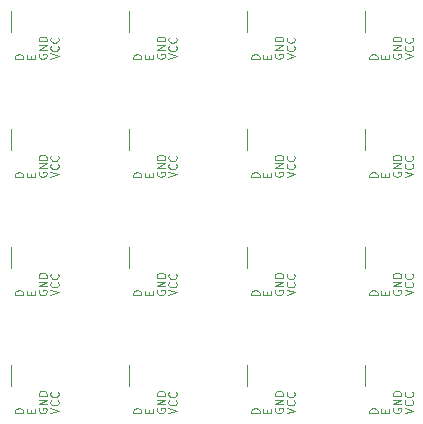
<source format=gto>
%MOIN*%
%OFA0B0*%
%FSLAX46Y46*%
%IPPOS*%
%LPD*%
%ADD10C,0.0039370078740157488*%
%ADD11C,0.0047244094488188976*%
%ADD22C,0.0039370078740157488*%
%ADD23C,0.0047244094488188976*%
%ADD24C,0.0039370078740157488*%
%ADD25C,0.0047244094488188976*%
%ADD26C,0.0039370078740157488*%
%ADD27C,0.0047244094488188976*%
%ADD28C,0.0039370078740157488*%
%ADD29C,0.0047244094488188976*%
%ADD30C,0.0039370078740157488*%
%ADD31C,0.0047244094488188976*%
%ADD32C,0.0039370078740157488*%
%ADD33C,0.0047244094488188976*%
%ADD34C,0.0039370078740157488*%
%ADD35C,0.0047244094488188976*%
%ADD36C,0.0039370078740157488*%
%ADD37C,0.0047244094488188976*%
%ADD38C,0.0039370078740157488*%
%ADD39C,0.0047244094488188976*%
%ADD40C,0.0039370078740157488*%
%ADD41C,0.0047244094488188976*%
%ADD42C,0.0039370078740157488*%
%ADD43C,0.0047244094488188976*%
%ADD44C,0.0039370078740157488*%
%ADD45C,0.0047244094488188976*%
%ADD46C,0.0039370078740157488*%
%ADD47C,0.0047244094488188976*%
%ADD48C,0.0039370078740157488*%
%ADD49C,0.0047244094488188976*%
%ADD50C,0.0039370078740157488*%
%ADD51C,0.0047244094488188976*%
D10*
X0000202624Y0003713648D02*
X0000230183Y0003722834D01*
X0000202624Y0003732021D01*
X0000227559Y0003756955D02*
X0000228871Y0003755643D01*
X0000230183Y0003751706D01*
X0000230183Y0003749081D01*
X0000228871Y0003745144D01*
X0000226246Y0003742519D01*
X0000223622Y0003741207D01*
X0000218372Y0003739895D01*
X0000214435Y0003739895D01*
X0000209186Y0003741207D01*
X0000206561Y0003742519D01*
X0000203937Y0003745144D01*
X0000202624Y0003749081D01*
X0000202624Y0003751706D01*
X0000203937Y0003755643D01*
X0000205249Y0003756955D01*
X0000227559Y0003784514D02*
X0000228871Y0003783202D01*
X0000230183Y0003779265D01*
X0000230183Y0003776640D01*
X0000228871Y0003772703D01*
X0000226246Y0003770078D01*
X0000223622Y0003768766D01*
X0000218372Y0003767454D01*
X0000214435Y0003767454D01*
X0000209186Y0003768766D01*
X0000206561Y0003770078D01*
X0000203937Y0003772703D01*
X0000202624Y0003776640D01*
X0000202624Y0003779265D01*
X0000203937Y0003783202D01*
X0000205249Y0003784514D01*
X0000164566Y0003730183D02*
X0000163254Y0003727559D01*
X0000163254Y0003723622D01*
X0000164566Y0003719685D01*
X0000167191Y0003717060D01*
X0000169816Y0003715748D01*
X0000175065Y0003714435D01*
X0000179002Y0003714435D01*
X0000184251Y0003715748D01*
X0000186876Y0003717060D01*
X0000189501Y0003719685D01*
X0000190813Y0003723622D01*
X0000190813Y0003726246D01*
X0000189501Y0003730183D01*
X0000188188Y0003731496D01*
X0000179002Y0003731496D01*
X0000179002Y0003726246D01*
X0000190813Y0003743307D02*
X0000163254Y0003743307D01*
X0000190813Y0003759055D01*
X0000163254Y0003759055D01*
X0000190813Y0003772178D02*
X0000163254Y0003772178D01*
X0000163254Y0003778740D01*
X0000164566Y0003782677D01*
X0000167191Y0003785301D01*
X0000169816Y0003786614D01*
X0000175065Y0003787926D01*
X0000179002Y0003787926D01*
X0000184251Y0003786614D01*
X0000186876Y0003785301D01*
X0000189501Y0003782677D01*
X0000190813Y0003778740D01*
X0000190813Y0003772178D01*
X0000137007Y0003714173D02*
X0000137007Y0003723359D01*
X0000151443Y0003727296D02*
X0000151443Y0003714173D01*
X0000123884Y0003714173D01*
X0000123884Y0003727296D01*
X0000112467Y0003714042D02*
X0000084908Y0003714042D01*
X0000084908Y0003720603D01*
X0000086220Y0003724540D01*
X0000088845Y0003727165D01*
X0000091469Y0003728477D01*
X0000096719Y0003729790D01*
X0000100656Y0003729790D01*
X0000105905Y0003728477D01*
X0000108530Y0003727165D01*
X0000111154Y0003724540D01*
X0000112467Y0003720603D01*
X0000112467Y0003714042D01*
D11*
X0000070866Y0003874015D02*
X0000070866Y0003803149D01*
G04 next file*
G04 #@! TF.GenerationSoftware,KiCad,Pcbnew,(5.1.5)-3*
G04 #@! TF.CreationDate,2021-04-29T13:46:15+02:00*
G04 #@! TF.ProjectId,Hivetracker,48697665-7472-4616-936b-65722e6b6963,rev?*
G04 #@! TF.SameCoordinates,PX2562500PY28a0640*
G04 #@! TF.FileFunction,Legend,Top*
G04 #@! TF.FilePolarity,Positive*
G04 Gerber Fmt 4.6, Leading zero omitted, Abs format (unit mm)*
G04 Created by KiCad (PCBNEW (5.1.5)-3) date 2021-04-29 13:46:15*
G04 APERTURE LIST*
G04 APERTURE END LIST*
D22*
X0000596325Y0003713648D02*
X0000623884Y0003722834D01*
X0000596325Y0003732021D01*
X0000621259Y0003756955D02*
X0000622572Y0003755643D01*
X0000623884Y0003751706D01*
X0000623884Y0003749081D01*
X0000622572Y0003745144D01*
X0000619947Y0003742519D01*
X0000617322Y0003741207D01*
X0000612073Y0003739895D01*
X0000608136Y0003739895D01*
X0000602887Y0003741207D01*
X0000600262Y0003742519D01*
X0000597637Y0003745144D01*
X0000596325Y0003749081D01*
X0000596325Y0003751706D01*
X0000597637Y0003755643D01*
X0000598950Y0003756955D01*
X0000621259Y0003784514D02*
X0000622572Y0003783202D01*
X0000623884Y0003779265D01*
X0000623884Y0003776640D01*
X0000622572Y0003772703D01*
X0000619947Y0003770078D01*
X0000617322Y0003768766D01*
X0000612073Y0003767454D01*
X0000608136Y0003767454D01*
X0000602887Y0003768766D01*
X0000600262Y0003770078D01*
X0000597637Y0003772703D01*
X0000596325Y0003776640D01*
X0000596325Y0003779265D01*
X0000597637Y0003783202D01*
X0000598950Y0003784514D01*
X0000558267Y0003730183D02*
X0000556955Y0003727559D01*
X0000556955Y0003723622D01*
X0000558267Y0003719685D01*
X0000560892Y0003717060D01*
X0000563517Y0003715748D01*
X0000568766Y0003714435D01*
X0000572703Y0003714435D01*
X0000577952Y0003715748D01*
X0000580577Y0003717060D01*
X0000583202Y0003719685D01*
X0000584514Y0003723622D01*
X0000584514Y0003726246D01*
X0000583202Y0003730183D01*
X0000581889Y0003731496D01*
X0000572703Y0003731496D01*
X0000572703Y0003726246D01*
X0000584514Y0003743307D02*
X0000556955Y0003743307D01*
X0000584514Y0003759055D01*
X0000556955Y0003759055D01*
X0000584514Y0003772178D02*
X0000556955Y0003772178D01*
X0000556955Y0003778740D01*
X0000558267Y0003782677D01*
X0000560892Y0003785301D01*
X0000563517Y0003786614D01*
X0000568766Y0003787926D01*
X0000572703Y0003787926D01*
X0000577952Y0003786614D01*
X0000580577Y0003785301D01*
X0000583202Y0003782677D01*
X0000584514Y0003778740D01*
X0000584514Y0003772178D01*
X0000530708Y0003714173D02*
X0000530708Y0003723359D01*
X0000545144Y0003727296D02*
X0000545144Y0003714173D01*
X0000517585Y0003714173D01*
X0000517585Y0003727296D01*
X0000506167Y0003714042D02*
X0000478608Y0003714042D01*
X0000478608Y0003720603D01*
X0000479921Y0003724540D01*
X0000482545Y0003727165D01*
X0000485170Y0003728477D01*
X0000490419Y0003729790D01*
X0000494356Y0003729790D01*
X0000499606Y0003728477D01*
X0000502230Y0003727165D01*
X0000504855Y0003724540D01*
X0000506167Y0003720603D01*
X0000506167Y0003714042D01*
D23*
X0000464566Y0003874015D02*
X0000464566Y0003803149D01*
G04 next file*
G04 #@! TF.GenerationSoftware,KiCad,Pcbnew,(5.1.5)-3*
G04 #@! TF.CreationDate,2021-04-29T13:46:15+02:00*
G04 #@! TF.ProjectId,Hivetracker,48697665-7472-4616-936b-65722e6b6963,rev?*
G04 #@! TF.SameCoordinates,PX2562500PY28a0640*
G04 #@! TF.FileFunction,Legend,Top*
G04 #@! TF.FilePolarity,Positive*
G04 Gerber Fmt 4.6, Leading zero omitted, Abs format (unit mm)*
G04 Created by KiCad (PCBNEW (5.1.5)-3) date 2021-04-29 13:46:15*
G04 APERTURE LIST*
G04 APERTURE END LIST*
D24*
X0000990026Y0003713648D02*
X0001017585Y0003722834D01*
X0000990026Y0003732021D01*
X0001014960Y0003756955D02*
X0001016272Y0003755643D01*
X0001017585Y0003751706D01*
X0001017585Y0003749081D01*
X0001016272Y0003745144D01*
X0001013648Y0003742519D01*
X0001011023Y0003741207D01*
X0001005774Y0003739895D01*
X0001001837Y0003739895D01*
X0000996587Y0003741207D01*
X0000993963Y0003742519D01*
X0000991338Y0003745144D01*
X0000990026Y0003749081D01*
X0000990026Y0003751706D01*
X0000991338Y0003755643D01*
X0000992650Y0003756955D01*
X0001014960Y0003784514D02*
X0001016272Y0003783202D01*
X0001017585Y0003779265D01*
X0001017585Y0003776640D01*
X0001016272Y0003772703D01*
X0001013648Y0003770078D01*
X0001011023Y0003768766D01*
X0001005774Y0003767454D01*
X0001001837Y0003767454D01*
X0000996587Y0003768766D01*
X0000993963Y0003770078D01*
X0000991338Y0003772703D01*
X0000990026Y0003776640D01*
X0000990026Y0003779265D01*
X0000991338Y0003783202D01*
X0000992650Y0003784514D01*
X0000951968Y0003730183D02*
X0000950656Y0003727559D01*
X0000950656Y0003723622D01*
X0000951968Y0003719685D01*
X0000954593Y0003717060D01*
X0000957217Y0003715748D01*
X0000962467Y0003714435D01*
X0000966404Y0003714435D01*
X0000971653Y0003715748D01*
X0000974278Y0003717060D01*
X0000976902Y0003719685D01*
X0000978215Y0003723622D01*
X0000978215Y0003726246D01*
X0000976902Y0003730183D01*
X0000975590Y0003731496D01*
X0000966404Y0003731496D01*
X0000966404Y0003726246D01*
X0000978215Y0003743307D02*
X0000950656Y0003743307D01*
X0000978215Y0003759055D01*
X0000950656Y0003759055D01*
X0000978215Y0003772178D02*
X0000950656Y0003772178D01*
X0000950656Y0003778740D01*
X0000951968Y0003782677D01*
X0000954593Y0003785301D01*
X0000957217Y0003786614D01*
X0000962467Y0003787926D01*
X0000966404Y0003787926D01*
X0000971653Y0003786614D01*
X0000974278Y0003785301D01*
X0000976902Y0003782677D01*
X0000978215Y0003778740D01*
X0000978215Y0003772178D01*
X0000924409Y0003714173D02*
X0000924409Y0003723359D01*
X0000938845Y0003727296D02*
X0000938845Y0003714173D01*
X0000911286Y0003714173D01*
X0000911286Y0003727296D01*
X0000899868Y0003714042D02*
X0000872309Y0003714042D01*
X0000872309Y0003720603D01*
X0000873622Y0003724540D01*
X0000876246Y0003727165D01*
X0000878871Y0003728477D01*
X0000884120Y0003729790D01*
X0000888057Y0003729790D01*
X0000893307Y0003728477D01*
X0000895931Y0003727165D01*
X0000898556Y0003724540D01*
X0000899868Y0003720603D01*
X0000899868Y0003714042D01*
D25*
X0000858267Y0003874015D02*
X0000858267Y0003803149D01*
G04 next file*
G04 #@! TF.GenerationSoftware,KiCad,Pcbnew,(5.1.5)-3*
G04 #@! TF.CreationDate,2021-04-29T13:46:15+02:00*
G04 #@! TF.ProjectId,Hivetracker,48697665-7472-4616-936b-65722e6b6963,rev?*
G04 #@! TF.SameCoordinates,PX2562500PY28a0640*
G04 #@! TF.FileFunction,Legend,Top*
G04 #@! TF.FilePolarity,Positive*
G04 Gerber Fmt 4.6, Leading zero omitted, Abs format (unit mm)*
G04 Created by KiCad (PCBNEW (5.1.5)-3) date 2021-04-29 13:46:15*
G04 APERTURE LIST*
G04 APERTURE END LIST*
D26*
X0000202624Y0003319947D02*
X0000230183Y0003329133D01*
X0000202624Y0003338320D01*
X0000227559Y0003363254D02*
X0000228871Y0003361942D01*
X0000230183Y0003358005D01*
X0000230183Y0003355380D01*
X0000228871Y0003351443D01*
X0000226246Y0003348818D01*
X0000223622Y0003347506D01*
X0000218372Y0003346194D01*
X0000214435Y0003346194D01*
X0000209186Y0003347506D01*
X0000206561Y0003348818D01*
X0000203937Y0003351443D01*
X0000202624Y0003355380D01*
X0000202624Y0003358005D01*
X0000203937Y0003361942D01*
X0000205249Y0003363254D01*
X0000227559Y0003390813D02*
X0000228871Y0003389501D01*
X0000230183Y0003385564D01*
X0000230183Y0003382939D01*
X0000228871Y0003379002D01*
X0000226246Y0003376377D01*
X0000223622Y0003375065D01*
X0000218372Y0003373753D01*
X0000214435Y0003373753D01*
X0000209186Y0003375065D01*
X0000206561Y0003376377D01*
X0000203937Y0003379002D01*
X0000202624Y0003382939D01*
X0000202624Y0003385564D01*
X0000203937Y0003389501D01*
X0000205249Y0003390813D01*
X0000164566Y0003336482D02*
X0000163254Y0003333858D01*
X0000163254Y0003329921D01*
X0000164566Y0003325984D01*
X0000167191Y0003323359D01*
X0000169816Y0003322047D01*
X0000175065Y0003320734D01*
X0000179002Y0003320734D01*
X0000184251Y0003322047D01*
X0000186876Y0003323359D01*
X0000189501Y0003325984D01*
X0000190813Y0003329921D01*
X0000190813Y0003332545D01*
X0000189501Y0003336482D01*
X0000188188Y0003337795D01*
X0000179002Y0003337795D01*
X0000179002Y0003332545D01*
X0000190813Y0003349606D02*
X0000163254Y0003349606D01*
X0000190813Y0003365354D01*
X0000163254Y0003365354D01*
X0000190813Y0003378477D02*
X0000163254Y0003378477D01*
X0000163254Y0003385039D01*
X0000164566Y0003388976D01*
X0000167191Y0003391601D01*
X0000169816Y0003392913D01*
X0000175065Y0003394225D01*
X0000179002Y0003394225D01*
X0000184251Y0003392913D01*
X0000186876Y0003391601D01*
X0000189501Y0003388976D01*
X0000190813Y0003385039D01*
X0000190813Y0003378477D01*
X0000137007Y0003320472D02*
X0000137007Y0003329658D01*
X0000151443Y0003333595D02*
X0000151443Y0003320472D01*
X0000123884Y0003320472D01*
X0000123884Y0003333595D01*
X0000112467Y0003320341D02*
X0000084908Y0003320341D01*
X0000084908Y0003326902D01*
X0000086220Y0003330839D01*
X0000088845Y0003333464D01*
X0000091469Y0003334776D01*
X0000096719Y0003336089D01*
X0000100656Y0003336089D01*
X0000105905Y0003334776D01*
X0000108530Y0003333464D01*
X0000111154Y0003330839D01*
X0000112467Y0003326902D01*
X0000112467Y0003320341D01*
D27*
X0000070866Y0003480314D02*
X0000070866Y0003409448D01*
G04 next file*
G04 #@! TF.GenerationSoftware,KiCad,Pcbnew,(5.1.5)-3*
G04 #@! TF.CreationDate,2021-04-29T13:46:15+02:00*
G04 #@! TF.ProjectId,Hivetracker,48697665-7472-4616-936b-65722e6b6963,rev?*
G04 #@! TF.SameCoordinates,PX2562500PY28a0640*
G04 #@! TF.FileFunction,Legend,Top*
G04 #@! TF.FilePolarity,Positive*
G04 Gerber Fmt 4.6, Leading zero omitted, Abs format (unit mm)*
G04 Created by KiCad (PCBNEW (5.1.5)-3) date 2021-04-29 13:46:15*
G04 APERTURE LIST*
G04 APERTURE END LIST*
D28*
X0000596325Y0003319947D02*
X0000623884Y0003329133D01*
X0000596325Y0003338320D01*
X0000621259Y0003363254D02*
X0000622572Y0003361942D01*
X0000623884Y0003358005D01*
X0000623884Y0003355380D01*
X0000622572Y0003351443D01*
X0000619947Y0003348818D01*
X0000617322Y0003347506D01*
X0000612073Y0003346194D01*
X0000608136Y0003346194D01*
X0000602887Y0003347506D01*
X0000600262Y0003348818D01*
X0000597637Y0003351443D01*
X0000596325Y0003355380D01*
X0000596325Y0003358005D01*
X0000597637Y0003361942D01*
X0000598950Y0003363254D01*
X0000621259Y0003390813D02*
X0000622572Y0003389501D01*
X0000623884Y0003385564D01*
X0000623884Y0003382939D01*
X0000622572Y0003379002D01*
X0000619947Y0003376377D01*
X0000617322Y0003375065D01*
X0000612073Y0003373753D01*
X0000608136Y0003373753D01*
X0000602887Y0003375065D01*
X0000600262Y0003376377D01*
X0000597637Y0003379002D01*
X0000596325Y0003382939D01*
X0000596325Y0003385564D01*
X0000597637Y0003389501D01*
X0000598950Y0003390813D01*
X0000558267Y0003336482D02*
X0000556955Y0003333858D01*
X0000556955Y0003329921D01*
X0000558267Y0003325984D01*
X0000560892Y0003323359D01*
X0000563517Y0003322047D01*
X0000568766Y0003320734D01*
X0000572703Y0003320734D01*
X0000577952Y0003322047D01*
X0000580577Y0003323359D01*
X0000583202Y0003325984D01*
X0000584514Y0003329921D01*
X0000584514Y0003332545D01*
X0000583202Y0003336482D01*
X0000581889Y0003337795D01*
X0000572703Y0003337795D01*
X0000572703Y0003332545D01*
X0000584514Y0003349606D02*
X0000556955Y0003349606D01*
X0000584514Y0003365354D01*
X0000556955Y0003365354D01*
X0000584514Y0003378477D02*
X0000556955Y0003378477D01*
X0000556955Y0003385039D01*
X0000558267Y0003388976D01*
X0000560892Y0003391601D01*
X0000563517Y0003392913D01*
X0000568766Y0003394225D01*
X0000572703Y0003394225D01*
X0000577952Y0003392913D01*
X0000580577Y0003391601D01*
X0000583202Y0003388976D01*
X0000584514Y0003385039D01*
X0000584514Y0003378477D01*
X0000530708Y0003320472D02*
X0000530708Y0003329658D01*
X0000545144Y0003333595D02*
X0000545144Y0003320472D01*
X0000517585Y0003320472D01*
X0000517585Y0003333595D01*
X0000506167Y0003320341D02*
X0000478608Y0003320341D01*
X0000478608Y0003326902D01*
X0000479921Y0003330839D01*
X0000482545Y0003333464D01*
X0000485170Y0003334776D01*
X0000490419Y0003336089D01*
X0000494356Y0003336089D01*
X0000499606Y0003334776D01*
X0000502230Y0003333464D01*
X0000504855Y0003330839D01*
X0000506167Y0003326902D01*
X0000506167Y0003320341D01*
D29*
X0000464566Y0003480314D02*
X0000464566Y0003409448D01*
G04 next file*
G04 #@! TF.GenerationSoftware,KiCad,Pcbnew,(5.1.5)-3*
G04 #@! TF.CreationDate,2021-04-29T13:46:15+02:00*
G04 #@! TF.ProjectId,Hivetracker,48697665-7472-4616-936b-65722e6b6963,rev?*
G04 #@! TF.SameCoordinates,PX2562500PY28a0640*
G04 #@! TF.FileFunction,Legend,Top*
G04 #@! TF.FilePolarity,Positive*
G04 Gerber Fmt 4.6, Leading zero omitted, Abs format (unit mm)*
G04 Created by KiCad (PCBNEW (5.1.5)-3) date 2021-04-29 13:46:15*
G04 APERTURE LIST*
G04 APERTURE END LIST*
D30*
X0000202624Y0002926246D02*
X0000230183Y0002935433D01*
X0000202624Y0002944619D01*
X0000227559Y0002969553D02*
X0000228871Y0002968241D01*
X0000230183Y0002964304D01*
X0000230183Y0002961679D01*
X0000228871Y0002957742D01*
X0000226246Y0002955118D01*
X0000223622Y0002953805D01*
X0000218372Y0002952493D01*
X0000214435Y0002952493D01*
X0000209186Y0002953805D01*
X0000206561Y0002955118D01*
X0000203937Y0002957742D01*
X0000202624Y0002961679D01*
X0000202624Y0002964304D01*
X0000203937Y0002968241D01*
X0000205249Y0002969553D01*
X0000227559Y0002997112D02*
X0000228871Y0002995800D01*
X0000230183Y0002991863D01*
X0000230183Y0002989238D01*
X0000228871Y0002985301D01*
X0000226246Y0002982677D01*
X0000223622Y0002981364D01*
X0000218372Y0002980052D01*
X0000214435Y0002980052D01*
X0000209186Y0002981364D01*
X0000206561Y0002982677D01*
X0000203937Y0002985301D01*
X0000202624Y0002989238D01*
X0000202624Y0002991863D01*
X0000203937Y0002995800D01*
X0000205249Y0002997112D01*
X0000164566Y0002942782D02*
X0000163254Y0002940157D01*
X0000163254Y0002936220D01*
X0000164566Y0002932283D01*
X0000167191Y0002929658D01*
X0000169816Y0002928346D01*
X0000175065Y0002927034D01*
X0000179002Y0002927034D01*
X0000184251Y0002928346D01*
X0000186876Y0002929658D01*
X0000189501Y0002932283D01*
X0000190813Y0002936220D01*
X0000190813Y0002938845D01*
X0000189501Y0002942782D01*
X0000188188Y0002944094D01*
X0000179002Y0002944094D01*
X0000179002Y0002938845D01*
X0000190813Y0002955905D02*
X0000163254Y0002955905D01*
X0000190813Y0002971653D01*
X0000163254Y0002971653D01*
X0000190813Y0002984776D02*
X0000163254Y0002984776D01*
X0000163254Y0002991338D01*
X0000164566Y0002995275D01*
X0000167191Y0002997900D01*
X0000169816Y0002999212D01*
X0000175065Y0003000524D01*
X0000179002Y0003000524D01*
X0000184251Y0002999212D01*
X0000186876Y0002997900D01*
X0000189501Y0002995275D01*
X0000190813Y0002991338D01*
X0000190813Y0002984776D01*
X0000137007Y0002926771D02*
X0000137007Y0002935958D01*
X0000151443Y0002939895D02*
X0000151443Y0002926771D01*
X0000123884Y0002926771D01*
X0000123884Y0002939895D01*
X0000112467Y0002926640D02*
X0000084908Y0002926640D01*
X0000084908Y0002933202D01*
X0000086220Y0002937139D01*
X0000088845Y0002939763D01*
X0000091469Y0002941076D01*
X0000096719Y0002942388D01*
X0000100656Y0002942388D01*
X0000105905Y0002941076D01*
X0000108530Y0002939763D01*
X0000111154Y0002937139D01*
X0000112467Y0002933202D01*
X0000112467Y0002926640D01*
D31*
X0000070866Y0003086614D02*
X0000070866Y0003015748D01*
G04 next file*
G04 #@! TF.GenerationSoftware,KiCad,Pcbnew,(5.1.5)-3*
G04 #@! TF.CreationDate,2021-04-29T13:46:15+02:00*
G04 #@! TF.ProjectId,Hivetracker,48697665-7472-4616-936b-65722e6b6963,rev?*
G04 #@! TF.SameCoordinates,PX2562500PY28a0640*
G04 #@! TF.FileFunction,Legend,Top*
G04 #@! TF.FilePolarity,Positive*
G04 Gerber Fmt 4.6, Leading zero omitted, Abs format (unit mm)*
G04 Created by KiCad (PCBNEW (5.1.5)-3) date 2021-04-29 13:46:15*
G04 APERTURE LIST*
G04 APERTURE END LIST*
D32*
X0000596325Y0002926246D02*
X0000623884Y0002935433D01*
X0000596325Y0002944619D01*
X0000621259Y0002969553D02*
X0000622572Y0002968241D01*
X0000623884Y0002964304D01*
X0000623884Y0002961679D01*
X0000622572Y0002957742D01*
X0000619947Y0002955118D01*
X0000617322Y0002953805D01*
X0000612073Y0002952493D01*
X0000608136Y0002952493D01*
X0000602887Y0002953805D01*
X0000600262Y0002955118D01*
X0000597637Y0002957742D01*
X0000596325Y0002961679D01*
X0000596325Y0002964304D01*
X0000597637Y0002968241D01*
X0000598950Y0002969553D01*
X0000621259Y0002997112D02*
X0000622572Y0002995800D01*
X0000623884Y0002991863D01*
X0000623884Y0002989238D01*
X0000622572Y0002985301D01*
X0000619947Y0002982677D01*
X0000617322Y0002981364D01*
X0000612073Y0002980052D01*
X0000608136Y0002980052D01*
X0000602887Y0002981364D01*
X0000600262Y0002982677D01*
X0000597637Y0002985301D01*
X0000596325Y0002989238D01*
X0000596325Y0002991863D01*
X0000597637Y0002995800D01*
X0000598950Y0002997112D01*
X0000558267Y0002942782D02*
X0000556955Y0002940157D01*
X0000556955Y0002936220D01*
X0000558267Y0002932283D01*
X0000560892Y0002929658D01*
X0000563517Y0002928346D01*
X0000568766Y0002927034D01*
X0000572703Y0002927034D01*
X0000577952Y0002928346D01*
X0000580577Y0002929658D01*
X0000583202Y0002932283D01*
X0000584514Y0002936220D01*
X0000584514Y0002938845D01*
X0000583202Y0002942782D01*
X0000581889Y0002944094D01*
X0000572703Y0002944094D01*
X0000572703Y0002938845D01*
X0000584514Y0002955905D02*
X0000556955Y0002955905D01*
X0000584514Y0002971653D01*
X0000556955Y0002971653D01*
X0000584514Y0002984776D02*
X0000556955Y0002984776D01*
X0000556955Y0002991338D01*
X0000558267Y0002995275D01*
X0000560892Y0002997900D01*
X0000563517Y0002999212D01*
X0000568766Y0003000524D01*
X0000572703Y0003000524D01*
X0000577952Y0002999212D01*
X0000580577Y0002997900D01*
X0000583202Y0002995275D01*
X0000584514Y0002991338D01*
X0000584514Y0002984776D01*
X0000530708Y0002926771D02*
X0000530708Y0002935958D01*
X0000545144Y0002939895D02*
X0000545144Y0002926771D01*
X0000517585Y0002926771D01*
X0000517585Y0002939895D01*
X0000506167Y0002926640D02*
X0000478608Y0002926640D01*
X0000478608Y0002933202D01*
X0000479921Y0002937139D01*
X0000482545Y0002939763D01*
X0000485170Y0002941076D01*
X0000490419Y0002942388D01*
X0000494356Y0002942388D01*
X0000499606Y0002941076D01*
X0000502230Y0002939763D01*
X0000504855Y0002937139D01*
X0000506167Y0002933202D01*
X0000506167Y0002926640D01*
D33*
X0000464566Y0003086614D02*
X0000464566Y0003015748D01*
G04 next file*
G04 #@! TF.GenerationSoftware,KiCad,Pcbnew,(5.1.5)-3*
G04 #@! TF.CreationDate,2021-04-29T13:46:15+02:00*
G04 #@! TF.ProjectId,Hivetracker,48697665-7472-4616-936b-65722e6b6963,rev?*
G04 #@! TF.SameCoordinates,PX2562500PY28a0640*
G04 #@! TF.FileFunction,Legend,Top*
G04 #@! TF.FilePolarity,Positive*
G04 Gerber Fmt 4.6, Leading zero omitted, Abs format (unit mm)*
G04 Created by KiCad (PCBNEW (5.1.5)-3) date 2021-04-29 13:46:15*
G04 APERTURE LIST*
G04 APERTURE END LIST*
D34*
X0000990026Y0002926246D02*
X0001017585Y0002935433D01*
X0000990026Y0002944619D01*
X0001014960Y0002969553D02*
X0001016272Y0002968241D01*
X0001017585Y0002964304D01*
X0001017585Y0002961679D01*
X0001016272Y0002957742D01*
X0001013648Y0002955118D01*
X0001011023Y0002953805D01*
X0001005774Y0002952493D01*
X0001001837Y0002952493D01*
X0000996587Y0002953805D01*
X0000993963Y0002955118D01*
X0000991338Y0002957742D01*
X0000990026Y0002961679D01*
X0000990026Y0002964304D01*
X0000991338Y0002968241D01*
X0000992650Y0002969553D01*
X0001014960Y0002997112D02*
X0001016272Y0002995800D01*
X0001017585Y0002991863D01*
X0001017585Y0002989238D01*
X0001016272Y0002985301D01*
X0001013648Y0002982677D01*
X0001011023Y0002981364D01*
X0001005774Y0002980052D01*
X0001001837Y0002980052D01*
X0000996587Y0002981364D01*
X0000993963Y0002982677D01*
X0000991338Y0002985301D01*
X0000990026Y0002989238D01*
X0000990026Y0002991863D01*
X0000991338Y0002995800D01*
X0000992650Y0002997112D01*
X0000951968Y0002942782D02*
X0000950656Y0002940157D01*
X0000950656Y0002936220D01*
X0000951968Y0002932283D01*
X0000954593Y0002929658D01*
X0000957217Y0002928346D01*
X0000962467Y0002927034D01*
X0000966404Y0002927034D01*
X0000971653Y0002928346D01*
X0000974278Y0002929658D01*
X0000976902Y0002932283D01*
X0000978215Y0002936220D01*
X0000978215Y0002938845D01*
X0000976902Y0002942782D01*
X0000975590Y0002944094D01*
X0000966404Y0002944094D01*
X0000966404Y0002938845D01*
X0000978215Y0002955905D02*
X0000950656Y0002955905D01*
X0000978215Y0002971653D01*
X0000950656Y0002971653D01*
X0000978215Y0002984776D02*
X0000950656Y0002984776D01*
X0000950656Y0002991338D01*
X0000951968Y0002995275D01*
X0000954593Y0002997900D01*
X0000957217Y0002999212D01*
X0000962467Y0003000524D01*
X0000966404Y0003000524D01*
X0000971653Y0002999212D01*
X0000974278Y0002997900D01*
X0000976902Y0002995275D01*
X0000978215Y0002991338D01*
X0000978215Y0002984776D01*
X0000924409Y0002926771D02*
X0000924409Y0002935958D01*
X0000938845Y0002939895D02*
X0000938845Y0002926771D01*
X0000911286Y0002926771D01*
X0000911286Y0002939895D01*
X0000899868Y0002926640D02*
X0000872309Y0002926640D01*
X0000872309Y0002933202D01*
X0000873622Y0002937139D01*
X0000876246Y0002939763D01*
X0000878871Y0002941076D01*
X0000884120Y0002942388D01*
X0000888057Y0002942388D01*
X0000893307Y0002941076D01*
X0000895931Y0002939763D01*
X0000898556Y0002937139D01*
X0000899868Y0002933202D01*
X0000899868Y0002926640D01*
D35*
X0000858267Y0003086614D02*
X0000858267Y0003015748D01*
G04 next file*
G04 #@! TF.GenerationSoftware,KiCad,Pcbnew,(5.1.5)-3*
G04 #@! TF.CreationDate,2021-04-29T13:46:15+02:00*
G04 #@! TF.ProjectId,Hivetracker,48697665-7472-4616-936b-65722e6b6963,rev?*
G04 #@! TF.SameCoordinates,PX2562500PY28a0640*
G04 #@! TF.FileFunction,Legend,Top*
G04 #@! TF.FilePolarity,Positive*
G04 Gerber Fmt 4.6, Leading zero omitted, Abs format (unit mm)*
G04 Created by KiCad (PCBNEW (5.1.5)-3) date 2021-04-29 13:46:15*
G04 APERTURE LIST*
G04 APERTURE END LIST*
D36*
X0000990026Y0003319947D02*
X0001017585Y0003329133D01*
X0000990026Y0003338320D01*
X0001014960Y0003363254D02*
X0001016272Y0003361942D01*
X0001017585Y0003358005D01*
X0001017585Y0003355380D01*
X0001016272Y0003351443D01*
X0001013648Y0003348818D01*
X0001011023Y0003347506D01*
X0001005774Y0003346194D01*
X0001001837Y0003346194D01*
X0000996587Y0003347506D01*
X0000993963Y0003348818D01*
X0000991338Y0003351443D01*
X0000990026Y0003355380D01*
X0000990026Y0003358005D01*
X0000991338Y0003361942D01*
X0000992650Y0003363254D01*
X0001014960Y0003390813D02*
X0001016272Y0003389501D01*
X0001017585Y0003385564D01*
X0001017585Y0003382939D01*
X0001016272Y0003379002D01*
X0001013648Y0003376377D01*
X0001011023Y0003375065D01*
X0001005774Y0003373753D01*
X0001001837Y0003373753D01*
X0000996587Y0003375065D01*
X0000993963Y0003376377D01*
X0000991338Y0003379002D01*
X0000990026Y0003382939D01*
X0000990026Y0003385564D01*
X0000991338Y0003389501D01*
X0000992650Y0003390813D01*
X0000951968Y0003336482D02*
X0000950656Y0003333858D01*
X0000950656Y0003329921D01*
X0000951968Y0003325984D01*
X0000954593Y0003323359D01*
X0000957217Y0003322047D01*
X0000962467Y0003320734D01*
X0000966404Y0003320734D01*
X0000971653Y0003322047D01*
X0000974278Y0003323359D01*
X0000976902Y0003325984D01*
X0000978215Y0003329921D01*
X0000978215Y0003332545D01*
X0000976902Y0003336482D01*
X0000975590Y0003337795D01*
X0000966404Y0003337795D01*
X0000966404Y0003332545D01*
X0000978215Y0003349606D02*
X0000950656Y0003349606D01*
X0000978215Y0003365354D01*
X0000950656Y0003365354D01*
X0000978215Y0003378477D02*
X0000950656Y0003378477D01*
X0000950656Y0003385039D01*
X0000951968Y0003388976D01*
X0000954593Y0003391601D01*
X0000957217Y0003392913D01*
X0000962467Y0003394225D01*
X0000966404Y0003394225D01*
X0000971653Y0003392913D01*
X0000974278Y0003391601D01*
X0000976902Y0003388976D01*
X0000978215Y0003385039D01*
X0000978215Y0003378477D01*
X0000924409Y0003320472D02*
X0000924409Y0003329658D01*
X0000938845Y0003333595D02*
X0000938845Y0003320472D01*
X0000911286Y0003320472D01*
X0000911286Y0003333595D01*
X0000899868Y0003320341D02*
X0000872309Y0003320341D01*
X0000872309Y0003326902D01*
X0000873622Y0003330839D01*
X0000876246Y0003333464D01*
X0000878871Y0003334776D01*
X0000884120Y0003336089D01*
X0000888057Y0003336089D01*
X0000893307Y0003334776D01*
X0000895931Y0003333464D01*
X0000898556Y0003330839D01*
X0000899868Y0003326902D01*
X0000899868Y0003320341D01*
D37*
X0000858267Y0003480314D02*
X0000858267Y0003409448D01*
G04 next file*
G04 #@! TF.GenerationSoftware,KiCad,Pcbnew,(5.1.5)-3*
G04 #@! TF.CreationDate,2021-04-29T13:46:15+02:00*
G04 #@! TF.ProjectId,Hivetracker,48697665-7472-4616-936b-65722e6b6963,rev?*
G04 #@! TF.SameCoordinates,PX2562500PY28a0640*
G04 #@! TF.FileFunction,Legend,Top*
G04 #@! TF.FilePolarity,Positive*
G04 Gerber Fmt 4.6, Leading zero omitted, Abs format (unit mm)*
G04 Created by KiCad (PCBNEW (5.1.5)-3) date 2021-04-29 13:46:15*
G04 APERTURE LIST*
G04 APERTURE END LIST*
D38*
X0001383726Y0003713648D02*
X0001411286Y0003722834D01*
X0001383726Y0003732021D01*
X0001408661Y0003756955D02*
X0001409973Y0003755643D01*
X0001411286Y0003751706D01*
X0001411286Y0003749081D01*
X0001409973Y0003745144D01*
X0001407349Y0003742519D01*
X0001404724Y0003741207D01*
X0001399475Y0003739895D01*
X0001395538Y0003739895D01*
X0001390288Y0003741207D01*
X0001387664Y0003742519D01*
X0001385039Y0003745144D01*
X0001383726Y0003749081D01*
X0001383726Y0003751706D01*
X0001385039Y0003755643D01*
X0001386351Y0003756955D01*
X0001408661Y0003784514D02*
X0001409973Y0003783202D01*
X0001411286Y0003779265D01*
X0001411286Y0003776640D01*
X0001409973Y0003772703D01*
X0001407349Y0003770078D01*
X0001404724Y0003768766D01*
X0001399475Y0003767454D01*
X0001395538Y0003767454D01*
X0001390288Y0003768766D01*
X0001387664Y0003770078D01*
X0001385039Y0003772703D01*
X0001383726Y0003776640D01*
X0001383726Y0003779265D01*
X0001385039Y0003783202D01*
X0001386351Y0003784514D01*
X0001345669Y0003730183D02*
X0001344356Y0003727559D01*
X0001344356Y0003723622D01*
X0001345669Y0003719685D01*
X0001348293Y0003717060D01*
X0001350918Y0003715748D01*
X0001356167Y0003714435D01*
X0001360104Y0003714435D01*
X0001365354Y0003715748D01*
X0001367978Y0003717060D01*
X0001370603Y0003719685D01*
X0001371915Y0003723622D01*
X0001371915Y0003726246D01*
X0001370603Y0003730183D01*
X0001369291Y0003731496D01*
X0001360104Y0003731496D01*
X0001360104Y0003726246D01*
X0001371915Y0003743307D02*
X0001344356Y0003743307D01*
X0001371915Y0003759055D01*
X0001344356Y0003759055D01*
X0001371915Y0003772178D02*
X0001344356Y0003772178D01*
X0001344356Y0003778740D01*
X0001345669Y0003782677D01*
X0001348293Y0003785301D01*
X0001350918Y0003786614D01*
X0001356167Y0003787926D01*
X0001360104Y0003787926D01*
X0001365354Y0003786614D01*
X0001367978Y0003785301D01*
X0001370603Y0003782677D01*
X0001371915Y0003778740D01*
X0001371915Y0003772178D01*
X0001318110Y0003714173D02*
X0001318110Y0003723359D01*
X0001332545Y0003727296D02*
X0001332545Y0003714173D01*
X0001304986Y0003714173D01*
X0001304986Y0003727296D01*
X0001293569Y0003714042D02*
X0001266010Y0003714042D01*
X0001266010Y0003720603D01*
X0001267322Y0003724540D01*
X0001269947Y0003727165D01*
X0001272572Y0003728477D01*
X0001277821Y0003729790D01*
X0001281758Y0003729790D01*
X0001287007Y0003728477D01*
X0001289632Y0003727165D01*
X0001292257Y0003724540D01*
X0001293569Y0003720603D01*
X0001293569Y0003714042D01*
D39*
X0001251968Y0003874015D02*
X0001251968Y0003803149D01*
G04 next file*
G04 #@! TF.GenerationSoftware,KiCad,Pcbnew,(5.1.5)-3*
G04 #@! TF.CreationDate,2021-04-29T13:46:15+02:00*
G04 #@! TF.ProjectId,Hivetracker,48697665-7472-4616-936b-65722e6b6963,rev?*
G04 #@! TF.SameCoordinates,PX2562500PY28a0640*
G04 #@! TF.FileFunction,Legend,Top*
G04 #@! TF.FilePolarity,Positive*
G04 Gerber Fmt 4.6, Leading zero omitted, Abs format (unit mm)*
G04 Created by KiCad (PCBNEW (5.1.5)-3) date 2021-04-29 13:46:15*
G04 APERTURE LIST*
G04 APERTURE END LIST*
D40*
X0001383726Y0003319947D02*
X0001411286Y0003329133D01*
X0001383726Y0003338320D01*
X0001408661Y0003363254D02*
X0001409973Y0003361942D01*
X0001411286Y0003358005D01*
X0001411286Y0003355380D01*
X0001409973Y0003351443D01*
X0001407349Y0003348818D01*
X0001404724Y0003347506D01*
X0001399475Y0003346194D01*
X0001395538Y0003346194D01*
X0001390288Y0003347506D01*
X0001387664Y0003348818D01*
X0001385039Y0003351443D01*
X0001383726Y0003355380D01*
X0001383726Y0003358005D01*
X0001385039Y0003361942D01*
X0001386351Y0003363254D01*
X0001408661Y0003390813D02*
X0001409973Y0003389501D01*
X0001411286Y0003385564D01*
X0001411286Y0003382939D01*
X0001409973Y0003379002D01*
X0001407349Y0003376377D01*
X0001404724Y0003375065D01*
X0001399475Y0003373753D01*
X0001395538Y0003373753D01*
X0001390288Y0003375065D01*
X0001387664Y0003376377D01*
X0001385039Y0003379002D01*
X0001383726Y0003382939D01*
X0001383726Y0003385564D01*
X0001385039Y0003389501D01*
X0001386351Y0003390813D01*
X0001345669Y0003336482D02*
X0001344356Y0003333858D01*
X0001344356Y0003329921D01*
X0001345669Y0003325984D01*
X0001348293Y0003323359D01*
X0001350918Y0003322047D01*
X0001356167Y0003320734D01*
X0001360104Y0003320734D01*
X0001365354Y0003322047D01*
X0001367978Y0003323359D01*
X0001370603Y0003325984D01*
X0001371915Y0003329921D01*
X0001371915Y0003332545D01*
X0001370603Y0003336482D01*
X0001369291Y0003337795D01*
X0001360104Y0003337795D01*
X0001360104Y0003332545D01*
X0001371915Y0003349606D02*
X0001344356Y0003349606D01*
X0001371915Y0003365354D01*
X0001344356Y0003365354D01*
X0001371915Y0003378477D02*
X0001344356Y0003378477D01*
X0001344356Y0003385039D01*
X0001345669Y0003388976D01*
X0001348293Y0003391601D01*
X0001350918Y0003392913D01*
X0001356167Y0003394225D01*
X0001360104Y0003394225D01*
X0001365354Y0003392913D01*
X0001367978Y0003391601D01*
X0001370603Y0003388976D01*
X0001371915Y0003385039D01*
X0001371915Y0003378477D01*
X0001318110Y0003320472D02*
X0001318110Y0003329658D01*
X0001332545Y0003333595D02*
X0001332545Y0003320472D01*
X0001304986Y0003320472D01*
X0001304986Y0003333595D01*
X0001293569Y0003320341D02*
X0001266010Y0003320341D01*
X0001266010Y0003326902D01*
X0001267322Y0003330839D01*
X0001269947Y0003333464D01*
X0001272572Y0003334776D01*
X0001277821Y0003336089D01*
X0001281758Y0003336089D01*
X0001287007Y0003334776D01*
X0001289632Y0003333464D01*
X0001292257Y0003330839D01*
X0001293569Y0003326902D01*
X0001293569Y0003320341D01*
D41*
X0001251968Y0003480314D02*
X0001251968Y0003409448D01*
G04 next file*
G04 #@! TF.GenerationSoftware,KiCad,Pcbnew,(5.1.5)-3*
G04 #@! TF.CreationDate,2021-04-29T13:46:15+02:00*
G04 #@! TF.ProjectId,Hivetracker,48697665-7472-4616-936b-65722e6b6963,rev?*
G04 #@! TF.SameCoordinates,PX2562500PY28a0640*
G04 #@! TF.FileFunction,Legend,Top*
G04 #@! TF.FilePolarity,Positive*
G04 Gerber Fmt 4.6, Leading zero omitted, Abs format (unit mm)*
G04 Created by KiCad (PCBNEW (5.1.5)-3) date 2021-04-29 13:46:15*
G04 APERTURE LIST*
G04 APERTURE END LIST*
D42*
X0001383726Y0002926246D02*
X0001411286Y0002935433D01*
X0001383726Y0002944619D01*
X0001408661Y0002969553D02*
X0001409973Y0002968241D01*
X0001411286Y0002964304D01*
X0001411286Y0002961679D01*
X0001409973Y0002957742D01*
X0001407349Y0002955118D01*
X0001404724Y0002953805D01*
X0001399475Y0002952493D01*
X0001395538Y0002952493D01*
X0001390288Y0002953805D01*
X0001387664Y0002955118D01*
X0001385039Y0002957742D01*
X0001383726Y0002961679D01*
X0001383726Y0002964304D01*
X0001385039Y0002968241D01*
X0001386351Y0002969553D01*
X0001408661Y0002997112D02*
X0001409973Y0002995800D01*
X0001411286Y0002991863D01*
X0001411286Y0002989238D01*
X0001409973Y0002985301D01*
X0001407349Y0002982677D01*
X0001404724Y0002981364D01*
X0001399475Y0002980052D01*
X0001395538Y0002980052D01*
X0001390288Y0002981364D01*
X0001387664Y0002982677D01*
X0001385039Y0002985301D01*
X0001383726Y0002989238D01*
X0001383726Y0002991863D01*
X0001385039Y0002995800D01*
X0001386351Y0002997112D01*
X0001345669Y0002942782D02*
X0001344356Y0002940157D01*
X0001344356Y0002936220D01*
X0001345669Y0002932283D01*
X0001348293Y0002929658D01*
X0001350918Y0002928346D01*
X0001356167Y0002927034D01*
X0001360104Y0002927034D01*
X0001365354Y0002928346D01*
X0001367978Y0002929658D01*
X0001370603Y0002932283D01*
X0001371915Y0002936220D01*
X0001371915Y0002938845D01*
X0001370603Y0002942782D01*
X0001369291Y0002944094D01*
X0001360104Y0002944094D01*
X0001360104Y0002938845D01*
X0001371915Y0002955905D02*
X0001344356Y0002955905D01*
X0001371915Y0002971653D01*
X0001344356Y0002971653D01*
X0001371915Y0002984776D02*
X0001344356Y0002984776D01*
X0001344356Y0002991338D01*
X0001345669Y0002995275D01*
X0001348293Y0002997900D01*
X0001350918Y0002999212D01*
X0001356167Y0003000524D01*
X0001360104Y0003000524D01*
X0001365354Y0002999212D01*
X0001367978Y0002997900D01*
X0001370603Y0002995275D01*
X0001371915Y0002991338D01*
X0001371915Y0002984776D01*
X0001318110Y0002926771D02*
X0001318110Y0002935958D01*
X0001332545Y0002939895D02*
X0001332545Y0002926771D01*
X0001304986Y0002926771D01*
X0001304986Y0002939895D01*
X0001293569Y0002926640D02*
X0001266010Y0002926640D01*
X0001266010Y0002933202D01*
X0001267322Y0002937139D01*
X0001269947Y0002939763D01*
X0001272572Y0002941076D01*
X0001277821Y0002942388D01*
X0001281758Y0002942388D01*
X0001287007Y0002941076D01*
X0001289632Y0002939763D01*
X0001292257Y0002937139D01*
X0001293569Y0002933202D01*
X0001293569Y0002926640D01*
D43*
X0001251968Y0003086614D02*
X0001251968Y0003015748D01*
G04 next file*
G04 #@! TF.GenerationSoftware,KiCad,Pcbnew,(5.1.5)-3*
G04 #@! TF.CreationDate,2021-04-29T13:46:15+02:00*
G04 #@! TF.ProjectId,Hivetracker,48697665-7472-4616-936b-65722e6b6963,rev?*
G04 #@! TF.SameCoordinates,PX2562500PY28a0640*
G04 #@! TF.FileFunction,Legend,Top*
G04 #@! TF.FilePolarity,Positive*
G04 Gerber Fmt 4.6, Leading zero omitted, Abs format (unit mm)*
G04 Created by KiCad (PCBNEW (5.1.5)-3) date 2021-04-29 13:46:15*
G04 APERTURE LIST*
G04 APERTURE END LIST*
D44*
X0000202624Y0002532545D02*
X0000230183Y0002541732D01*
X0000202624Y0002550918D01*
X0000227559Y0002575852D02*
X0000228871Y0002574540D01*
X0000230183Y0002570603D01*
X0000230183Y0002567979D01*
X0000228871Y0002564042D01*
X0000226246Y0002561417D01*
X0000223622Y0002560105D01*
X0000218372Y0002558792D01*
X0000214435Y0002558792D01*
X0000209186Y0002560105D01*
X0000206561Y0002561417D01*
X0000203937Y0002564042D01*
X0000202624Y0002567979D01*
X0000202624Y0002570603D01*
X0000203937Y0002574540D01*
X0000205249Y0002575852D01*
X0000227559Y0002603412D02*
X0000228871Y0002602099D01*
X0000230183Y0002598162D01*
X0000230183Y0002595538D01*
X0000228871Y0002591601D01*
X0000226246Y0002588976D01*
X0000223622Y0002587664D01*
X0000218372Y0002586351D01*
X0000214435Y0002586351D01*
X0000209186Y0002587664D01*
X0000206561Y0002588976D01*
X0000203937Y0002591601D01*
X0000202624Y0002595538D01*
X0000202624Y0002598162D01*
X0000203937Y0002602099D01*
X0000205249Y0002603412D01*
X0000164566Y0002549081D02*
X0000163254Y0002546456D01*
X0000163254Y0002542519D01*
X0000164566Y0002538582D01*
X0000167191Y0002535958D01*
X0000169816Y0002534645D01*
X0000175065Y0002533333D01*
X0000179002Y0002533333D01*
X0000184251Y0002534645D01*
X0000186876Y0002535958D01*
X0000189501Y0002538582D01*
X0000190813Y0002542519D01*
X0000190813Y0002545144D01*
X0000189501Y0002549081D01*
X0000188188Y0002550393D01*
X0000179002Y0002550393D01*
X0000179002Y0002545144D01*
X0000190813Y0002562204D02*
X0000163254Y0002562204D01*
X0000190813Y0002577952D01*
X0000163254Y0002577952D01*
X0000190813Y0002591076D02*
X0000163254Y0002591076D01*
X0000163254Y0002597637D01*
X0000164566Y0002601574D01*
X0000167191Y0002604199D01*
X0000169816Y0002605511D01*
X0000175065Y0002606824D01*
X0000179002Y0002606824D01*
X0000184251Y0002605511D01*
X0000186876Y0002604199D01*
X0000189501Y0002601574D01*
X0000190813Y0002597637D01*
X0000190813Y0002591076D01*
X0000137007Y0002533070D02*
X0000137007Y0002542257D01*
X0000151443Y0002546194D02*
X0000151443Y0002533070D01*
X0000123884Y0002533070D01*
X0000123884Y0002546194D01*
X0000112467Y0002532939D02*
X0000084908Y0002532939D01*
X0000084908Y0002539501D01*
X0000086220Y0002543438D01*
X0000088845Y0002546062D01*
X0000091469Y0002547375D01*
X0000096719Y0002548687D01*
X0000100656Y0002548687D01*
X0000105905Y0002547375D01*
X0000108530Y0002546062D01*
X0000111154Y0002543438D01*
X0000112467Y0002539501D01*
X0000112467Y0002532939D01*
D45*
X0000070866Y0002692913D02*
X0000070866Y0002622047D01*
G04 next file*
G04 #@! TF.GenerationSoftware,KiCad,Pcbnew,(5.1.5)-3*
G04 #@! TF.CreationDate,2021-04-29T13:46:15+02:00*
G04 #@! TF.ProjectId,Hivetracker,48697665-7472-4616-936b-65722e6b6963,rev?*
G04 #@! TF.SameCoordinates,PX2562500PY28a0640*
G04 #@! TF.FileFunction,Legend,Top*
G04 #@! TF.FilePolarity,Positive*
G04 Gerber Fmt 4.6, Leading zero omitted, Abs format (unit mm)*
G04 Created by KiCad (PCBNEW (5.1.5)-3) date 2021-04-29 13:46:15*
G04 APERTURE LIST*
G04 APERTURE END LIST*
D46*
X0000596325Y0002532545D02*
X0000623884Y0002541732D01*
X0000596325Y0002550918D01*
X0000621259Y0002575852D02*
X0000622572Y0002574540D01*
X0000623884Y0002570603D01*
X0000623884Y0002567979D01*
X0000622572Y0002564042D01*
X0000619947Y0002561417D01*
X0000617322Y0002560105D01*
X0000612073Y0002558792D01*
X0000608136Y0002558792D01*
X0000602887Y0002560105D01*
X0000600262Y0002561417D01*
X0000597637Y0002564042D01*
X0000596325Y0002567979D01*
X0000596325Y0002570603D01*
X0000597637Y0002574540D01*
X0000598950Y0002575852D01*
X0000621259Y0002603412D02*
X0000622572Y0002602099D01*
X0000623884Y0002598162D01*
X0000623884Y0002595538D01*
X0000622572Y0002591601D01*
X0000619947Y0002588976D01*
X0000617322Y0002587664D01*
X0000612073Y0002586351D01*
X0000608136Y0002586351D01*
X0000602887Y0002587664D01*
X0000600262Y0002588976D01*
X0000597637Y0002591601D01*
X0000596325Y0002595538D01*
X0000596325Y0002598162D01*
X0000597637Y0002602099D01*
X0000598950Y0002603412D01*
X0000558267Y0002549081D02*
X0000556955Y0002546456D01*
X0000556955Y0002542519D01*
X0000558267Y0002538582D01*
X0000560892Y0002535958D01*
X0000563517Y0002534645D01*
X0000568766Y0002533333D01*
X0000572703Y0002533333D01*
X0000577952Y0002534645D01*
X0000580577Y0002535958D01*
X0000583202Y0002538582D01*
X0000584514Y0002542519D01*
X0000584514Y0002545144D01*
X0000583202Y0002549081D01*
X0000581889Y0002550393D01*
X0000572703Y0002550393D01*
X0000572703Y0002545144D01*
X0000584514Y0002562204D02*
X0000556955Y0002562204D01*
X0000584514Y0002577952D01*
X0000556955Y0002577952D01*
X0000584514Y0002591076D02*
X0000556955Y0002591076D01*
X0000556955Y0002597637D01*
X0000558267Y0002601574D01*
X0000560892Y0002604199D01*
X0000563517Y0002605511D01*
X0000568766Y0002606824D01*
X0000572703Y0002606824D01*
X0000577952Y0002605511D01*
X0000580577Y0002604199D01*
X0000583202Y0002601574D01*
X0000584514Y0002597637D01*
X0000584514Y0002591076D01*
X0000530708Y0002533070D02*
X0000530708Y0002542257D01*
X0000545144Y0002546194D02*
X0000545144Y0002533070D01*
X0000517585Y0002533070D01*
X0000517585Y0002546194D01*
X0000506167Y0002532939D02*
X0000478608Y0002532939D01*
X0000478608Y0002539501D01*
X0000479921Y0002543438D01*
X0000482545Y0002546062D01*
X0000485170Y0002547375D01*
X0000490419Y0002548687D01*
X0000494356Y0002548687D01*
X0000499606Y0002547375D01*
X0000502230Y0002546062D01*
X0000504855Y0002543438D01*
X0000506167Y0002539501D01*
X0000506167Y0002532939D01*
D47*
X0000464566Y0002692913D02*
X0000464566Y0002622047D01*
G04 next file*
G04 #@! TF.GenerationSoftware,KiCad,Pcbnew,(5.1.5)-3*
G04 #@! TF.CreationDate,2021-04-29T13:46:15+02:00*
G04 #@! TF.ProjectId,Hivetracker,48697665-7472-4616-936b-65722e6b6963,rev?*
G04 #@! TF.SameCoordinates,PX2562500PY28a0640*
G04 #@! TF.FileFunction,Legend,Top*
G04 #@! TF.FilePolarity,Positive*
G04 Gerber Fmt 4.6, Leading zero omitted, Abs format (unit mm)*
G04 Created by KiCad (PCBNEW (5.1.5)-3) date 2021-04-29 13:46:15*
G04 APERTURE LIST*
G04 APERTURE END LIST*
D48*
X0000990026Y0002532545D02*
X0001017585Y0002541732D01*
X0000990026Y0002550918D01*
X0001014960Y0002575852D02*
X0001016272Y0002574540D01*
X0001017585Y0002570603D01*
X0001017585Y0002567979D01*
X0001016272Y0002564042D01*
X0001013648Y0002561417D01*
X0001011023Y0002560105D01*
X0001005774Y0002558792D01*
X0001001837Y0002558792D01*
X0000996587Y0002560105D01*
X0000993963Y0002561417D01*
X0000991338Y0002564042D01*
X0000990026Y0002567979D01*
X0000990026Y0002570603D01*
X0000991338Y0002574540D01*
X0000992650Y0002575852D01*
X0001014960Y0002603412D02*
X0001016272Y0002602099D01*
X0001017585Y0002598162D01*
X0001017585Y0002595538D01*
X0001016272Y0002591601D01*
X0001013648Y0002588976D01*
X0001011023Y0002587664D01*
X0001005774Y0002586351D01*
X0001001837Y0002586351D01*
X0000996587Y0002587664D01*
X0000993963Y0002588976D01*
X0000991338Y0002591601D01*
X0000990026Y0002595538D01*
X0000990026Y0002598162D01*
X0000991338Y0002602099D01*
X0000992650Y0002603412D01*
X0000951968Y0002549081D02*
X0000950656Y0002546456D01*
X0000950656Y0002542519D01*
X0000951968Y0002538582D01*
X0000954593Y0002535958D01*
X0000957217Y0002534645D01*
X0000962467Y0002533333D01*
X0000966404Y0002533333D01*
X0000971653Y0002534645D01*
X0000974278Y0002535958D01*
X0000976902Y0002538582D01*
X0000978215Y0002542519D01*
X0000978215Y0002545144D01*
X0000976902Y0002549081D01*
X0000975590Y0002550393D01*
X0000966404Y0002550393D01*
X0000966404Y0002545144D01*
X0000978215Y0002562204D02*
X0000950656Y0002562204D01*
X0000978215Y0002577952D01*
X0000950656Y0002577952D01*
X0000978215Y0002591076D02*
X0000950656Y0002591076D01*
X0000950656Y0002597637D01*
X0000951968Y0002601574D01*
X0000954593Y0002604199D01*
X0000957217Y0002605511D01*
X0000962467Y0002606824D01*
X0000966404Y0002606824D01*
X0000971653Y0002605511D01*
X0000974278Y0002604199D01*
X0000976902Y0002601574D01*
X0000978215Y0002597637D01*
X0000978215Y0002591076D01*
X0000924409Y0002533070D02*
X0000924409Y0002542257D01*
X0000938845Y0002546194D02*
X0000938845Y0002533070D01*
X0000911286Y0002533070D01*
X0000911286Y0002546194D01*
X0000899868Y0002532939D02*
X0000872309Y0002532939D01*
X0000872309Y0002539501D01*
X0000873622Y0002543438D01*
X0000876246Y0002546062D01*
X0000878871Y0002547375D01*
X0000884120Y0002548687D01*
X0000888057Y0002548687D01*
X0000893307Y0002547375D01*
X0000895931Y0002546062D01*
X0000898556Y0002543438D01*
X0000899868Y0002539501D01*
X0000899868Y0002532939D01*
D49*
X0000858267Y0002692913D02*
X0000858267Y0002622047D01*
G04 next file*
G04 #@! TF.GenerationSoftware,KiCad,Pcbnew,(5.1.5)-3*
G04 #@! TF.CreationDate,2021-04-29T13:46:15+02:00*
G04 #@! TF.ProjectId,Hivetracker,48697665-7472-4616-936b-65722e6b6963,rev?*
G04 #@! TF.SameCoordinates,PX2562500PY28a0640*
G04 #@! TF.FileFunction,Legend,Top*
G04 #@! TF.FilePolarity,Positive*
G04 Gerber Fmt 4.6, Leading zero omitted, Abs format (unit mm)*
G04 Created by KiCad (PCBNEW (5.1.5)-3) date 2021-04-29 13:46:15*
G04 APERTURE LIST*
G04 APERTURE END LIST*
D50*
X0001383726Y0002532545D02*
X0001411286Y0002541732D01*
X0001383726Y0002550918D01*
X0001408661Y0002575852D02*
X0001409973Y0002574540D01*
X0001411286Y0002570603D01*
X0001411286Y0002567979D01*
X0001409973Y0002564042D01*
X0001407349Y0002561417D01*
X0001404724Y0002560105D01*
X0001399475Y0002558792D01*
X0001395538Y0002558792D01*
X0001390288Y0002560105D01*
X0001387664Y0002561417D01*
X0001385039Y0002564042D01*
X0001383726Y0002567979D01*
X0001383726Y0002570603D01*
X0001385039Y0002574540D01*
X0001386351Y0002575852D01*
X0001408661Y0002603412D02*
X0001409973Y0002602099D01*
X0001411286Y0002598162D01*
X0001411286Y0002595538D01*
X0001409973Y0002591601D01*
X0001407349Y0002588976D01*
X0001404724Y0002587664D01*
X0001399475Y0002586351D01*
X0001395538Y0002586351D01*
X0001390288Y0002587664D01*
X0001387664Y0002588976D01*
X0001385039Y0002591601D01*
X0001383726Y0002595538D01*
X0001383726Y0002598162D01*
X0001385039Y0002602099D01*
X0001386351Y0002603412D01*
X0001345669Y0002549081D02*
X0001344356Y0002546456D01*
X0001344356Y0002542519D01*
X0001345669Y0002538582D01*
X0001348293Y0002535958D01*
X0001350918Y0002534645D01*
X0001356167Y0002533333D01*
X0001360104Y0002533333D01*
X0001365354Y0002534645D01*
X0001367978Y0002535958D01*
X0001370603Y0002538582D01*
X0001371915Y0002542519D01*
X0001371915Y0002545144D01*
X0001370603Y0002549081D01*
X0001369291Y0002550393D01*
X0001360104Y0002550393D01*
X0001360104Y0002545144D01*
X0001371915Y0002562204D02*
X0001344356Y0002562204D01*
X0001371915Y0002577952D01*
X0001344356Y0002577952D01*
X0001371915Y0002591076D02*
X0001344356Y0002591076D01*
X0001344356Y0002597637D01*
X0001345669Y0002601574D01*
X0001348293Y0002604199D01*
X0001350918Y0002605511D01*
X0001356167Y0002606824D01*
X0001360104Y0002606824D01*
X0001365354Y0002605511D01*
X0001367978Y0002604199D01*
X0001370603Y0002601574D01*
X0001371915Y0002597637D01*
X0001371915Y0002591076D01*
X0001318110Y0002533070D02*
X0001318110Y0002542257D01*
X0001332545Y0002546194D02*
X0001332545Y0002533070D01*
X0001304986Y0002533070D01*
X0001304986Y0002546194D01*
X0001293569Y0002532939D02*
X0001266010Y0002532939D01*
X0001266010Y0002539501D01*
X0001267322Y0002543438D01*
X0001269947Y0002546062D01*
X0001272572Y0002547375D01*
X0001277821Y0002548687D01*
X0001281758Y0002548687D01*
X0001287007Y0002547375D01*
X0001289632Y0002546062D01*
X0001292257Y0002543438D01*
X0001293569Y0002539501D01*
X0001293569Y0002532939D01*
D51*
X0001251968Y0002692913D02*
X0001251968Y0002622047D01*
M02*
</source>
